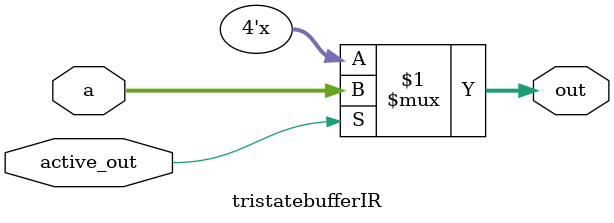
<source format=v>
`timescale 1ns/1ns

module tristatebuffer(
	input [7:0] a,
	input active_out,
	output [7:0] out);
	
	assign out = active_out ? a: 8'bzzzzzzzz;
	
endmodule

module tristatebufferIR(
	input [3:0] a,
	input active_out,
	output [3:0] out);
	
	assign out = active_out ? a: 4'bzzzz;
	
endmodule

/*module tristate_simulation();

	reg [7:0] a;
	reg active;
	wire [7:0] out;
	
	tristatebuffer tria(.a(a),.active_out(active),.out(out));
	
	initial begin 
		a = 0;
		active = 1'b0;
		end
	initial 	
	$monitor( "a(%b) ,, active(%b)  = out sum(%b)", a, active, out);
	
	
	always @ (a or active) begin
	
		integer i;
		for (i=0 ; i <= 10 ; i=i+1)
		begin 
			a=a+i;		
			#5;
			
		end
		
		active = 1'b1;
		
		for (i=0 ; i <= 10 ; i=i+1)
		begin 
			a=a+i;		
			#5;
			
		end
		
	$stop;
	end
	
endmodule*/
		
	
</source>
